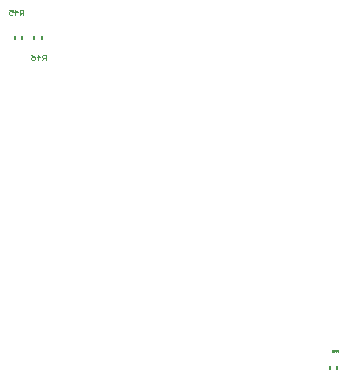
<source format=gbo>
%FSLAX43Y43*%
%MOMM*%
G71*
G01*
G75*
G04 Layer_Color=32896*
%ADD10R,0.650X0.600*%
%ADD11R,0.500X0.600*%
%ADD12R,0.800X0.800*%
%ADD13R,0.900X1.300*%
%ADD14R,1.300X0.900*%
%ADD15R,0.800X0.800*%
%ADD16R,0.850X0.600*%
%ADD17R,0.600X0.850*%
%ADD18R,0.600X0.650*%
%ADD19R,0.600X0.500*%
%ADD20O,1.800X0.300*%
%ADD21O,0.300X1.800*%
%ADD22O,2.100X0.450*%
%ADD23R,2.400X3.300*%
%ADD24R,2.400X1.000*%
%ADD25O,0.510X2.000*%
%ADD26R,0.510X2.000*%
%ADD27R,2.400X2.500*%
%ADD28R,2.500X2.500*%
%ADD29O,1.650X0.550*%
%ADD30O,0.700X0.200*%
%ADD31O,0.200X0.700*%
%ADD32C,0.254*%
%ADD33C,0.200*%
%ADD34C,1.000*%
%ADD35C,0.250*%
%ADD36C,1.500*%
%ADD37C,0.500*%
%ADD38C,0.245*%
%ADD39O,1.800X1.524*%
%ADD40O,1.800X1.500*%
%ADD41O,5.000X4.000*%
%ADD42C,3.000*%
%ADD43P,1.524X8X112.5*%
%ADD44C,0.600*%
%ADD45C,5.000*%
%ADD46C,1.700*%
%ADD47O,1.700X3.556*%
G04:AMPARAMS|DCode=48|XSize=2.032mm|YSize=1.524mm|CornerRadius=0mm|HoleSize=0mm|Usage=FLASHONLY|Rotation=270.000|XOffset=0mm|YOffset=0mm|HoleType=Round|Shape=Octagon|*
%AMOCTAGOND48*
4,1,8,-0.381,-1.016,0.381,-1.016,0.762,-0.635,0.762,0.635,0.381,1.016,-0.381,1.016,-0.762,0.635,-0.762,-0.635,-0.381,-1.016,0.0*
%
%ADD48OCTAGOND48*%

%ADD49O,2.400X1.800*%
%ADD50R,2.400X1.800*%
G04:AMPARAMS|DCode=51|XSize=1.2mm|YSize=1.6mm|CornerRadius=0.3mm|HoleSize=0mm|Usage=FLASHONLY|Rotation=270.000|XOffset=0mm|YOffset=0mm|HoleType=Round|Shape=RoundedRectangle|*
%AMROUNDEDRECTD51*
21,1,1.200,1.000,0,0,270.0*
21,1,0.600,1.600,0,0,270.0*
1,1,0.600,-0.500,-0.300*
1,1,0.600,-0.500,0.300*
1,1,0.600,0.500,0.300*
1,1,0.600,0.500,-0.300*
%
%ADD51ROUNDEDRECTD51*%
%ADD52R,1.600X1.200*%
%ADD53C,1.397*%
%ADD54C,3.800*%
%ADD55O,1.600X1.900*%
%ADD56R,1.600X1.900*%
%ADD57C,2.032*%
%ADD58R,2.032X2.032*%
%ADD59C,1.500*%
%ADD60R,1.500X1.500*%
%ADD61R,1.500X1.500*%
%ADD62C,2.500*%
%ADD63P,2.337X8X202.5*%
%ADD64C,0.700*%
%ADD65C,1.000*%
%ADD66C,0.255*%
%ADD67C,0.800*%
%ADD68C,0.178*%
%ADD69C,0.860*%
%ADD70C,0.127*%
%ADD71C,0.600*%
%ADD72C,0.152*%
%ADD73C,0.203*%
%ADD74C,0.762*%
%ADD75C,0.051*%
%ADD76C,0.120*%
%ADD77C,0.150*%
%ADD78R,17.755X3.175*%
%ADD79R,2.159X1.905*%
%ADD80R,0.508X0.508*%
%ADD81R,1.778X0.254*%
%ADD82R,0.701X0.651*%
%ADD83R,0.551X0.651*%
%ADD84R,1.003X1.003*%
%ADD85R,1.103X1.503*%
%ADD86R,1.503X1.103*%
%ADD87R,1.003X1.003*%
%ADD88R,1.053X0.803*%
%ADD89R,0.803X1.053*%
%ADD90R,0.651X0.701*%
%ADD91R,0.651X0.551*%
%ADD92O,2.003X0.503*%
%ADD93O,0.503X2.003*%
%ADD94O,2.303X0.653*%
%ADD95R,2.603X3.503*%
%ADD96R,2.603X1.203*%
%ADD97O,0.713X2.203*%
%ADD98R,0.713X2.203*%
%ADD99R,2.603X2.703*%
%ADD100R,2.703X2.703*%
%ADD101O,1.853X0.753*%
%ADD102O,0.903X0.403*%
%ADD103O,0.403X0.903*%
%ADD104O,2.003X1.727*%
%ADD105O,2.003X1.703*%
%ADD106O,5.203X4.203*%
%ADD107C,3.203*%
%ADD108P,1.744X8X112.5*%
%ADD109C,0.803*%
%ADD110C,5.200*%
%ADD111C,1.903*%
%ADD112O,1.903X3.759*%
G04:AMPARAMS|DCode=113|XSize=2.235mm|YSize=1.727mm|CornerRadius=0mm|HoleSize=0mm|Usage=FLASHONLY|Rotation=270.000|XOffset=0mm|YOffset=0mm|HoleType=Round|Shape=Octagon|*
%AMOCTAGOND113*
4,1,8,-0.432,-1.118,0.432,-1.118,0.864,-0.686,0.864,0.686,0.432,1.118,-0.432,1.118,-0.864,0.686,-0.864,-0.686,-0.432,-1.118,0.0*
%
%ADD113OCTAGOND113*%

%ADD114O,2.603X2.003*%
%ADD115R,2.603X2.003*%
G04:AMPARAMS|DCode=116|XSize=1.403mm|YSize=1.803mm|CornerRadius=0.402mm|HoleSize=0mm|Usage=FLASHONLY|Rotation=270.000|XOffset=0mm|YOffset=0mm|HoleType=Round|Shape=RoundedRectangle|*
%AMROUNDEDRECTD116*
21,1,1.403,1.000,0,0,270.0*
21,1,0.600,1.803,0,0,270.0*
1,1,0.803,-0.500,-0.300*
1,1,0.803,-0.500,0.300*
1,1,0.803,0.500,0.300*
1,1,0.803,0.500,-0.300*
%
%ADD116ROUNDEDRECTD116*%
%ADD117R,1.803X1.403*%
%ADD118C,1.600*%
%ADD119C,4.003*%
%ADD120O,1.803X2.103*%
%ADD121R,1.803X2.103*%
%ADD122C,2.235*%
%ADD123R,2.235X2.235*%
%ADD124C,1.703*%
%ADD125R,1.703X1.703*%
%ADD126R,1.703X1.703*%
%ADD127C,2.703*%
%ADD128P,2.557X8X202.5*%
%ADD129C,0.100*%
D33*
X96972Y115330D02*
Y115530D01*
X96322Y115330D02*
Y115530D01*
X70302Y143270D02*
Y143470D01*
X69652Y143270D02*
Y143470D01*
X71953Y143270D02*
Y143470D01*
X71303Y143270D02*
Y143470D01*
D76*
X70358Y145288D02*
Y145738D01*
X70133D01*
X70058Y145663D01*
Y145513D01*
X70133Y145438D01*
X70358D01*
X70208D02*
X70058Y145288D01*
X69683D02*
Y145738D01*
X69908Y145513D01*
X69608D01*
X69158Y145738D02*
X69458D01*
Y145513D01*
X69308Y145588D01*
X69233D01*
X69158Y145513D01*
Y145363D01*
X69233Y145288D01*
X69383D01*
X69458Y145363D01*
X72263Y141478D02*
Y141928D01*
X72038D01*
X71963Y141853D01*
Y141703D01*
X72038Y141628D01*
X72263D01*
X72113D02*
X71963Y141478D01*
X71588D02*
Y141928D01*
X71813Y141703D01*
X71513D01*
X71063Y141928D02*
X71213Y141853D01*
X71363Y141703D01*
Y141553D01*
X71288Y141478D01*
X71138D01*
X71063Y141553D01*
Y141628D01*
X71138Y141703D01*
X71363D01*
D129*
X97008Y116755D02*
Y116955D01*
X96908D01*
X96875Y116921D01*
Y116855D01*
X96908Y116821D01*
X97008D01*
X96941D02*
X96875Y116755D01*
X96708D02*
Y116955D01*
X96808Y116855D01*
X96675D01*
X96475Y116755D02*
X96608D01*
X96475Y116888D01*
Y116921D01*
X96508Y116955D01*
X96575D01*
X96608Y116921D01*
M02*

</source>
